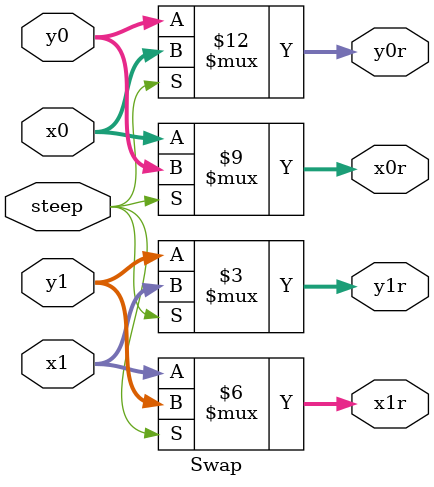
<source format=v>
/*	if (steep) {
		swap(&x0, &y0);
		swap(&x1, &y1); }
*/	
// unit type :: combinational
// Note      :: all arithmetic operations will use signed (2'complement) 10-bit width

module Swap
#(parameter WIDTH=10)
(steep, x0, y0, x1, y1, x0r, y0r, x1r, y1r);
input [WIDTH-1:0] x0, y0, x1, y1;
input steep;
output reg [WIDTH-1:0] x0r, y0r, x1r, y1r;

always @(*)
begin
	if(steep)
		begin
			y0r = x0;
			x0r = y0;
			x1r = y1;
			y1r = x1;
		end
	else
		begin
			y0r = y0;
			x0r = x0;
			x1r = x1;
			y1r = y1;
		end

end

endmodule 
</source>
